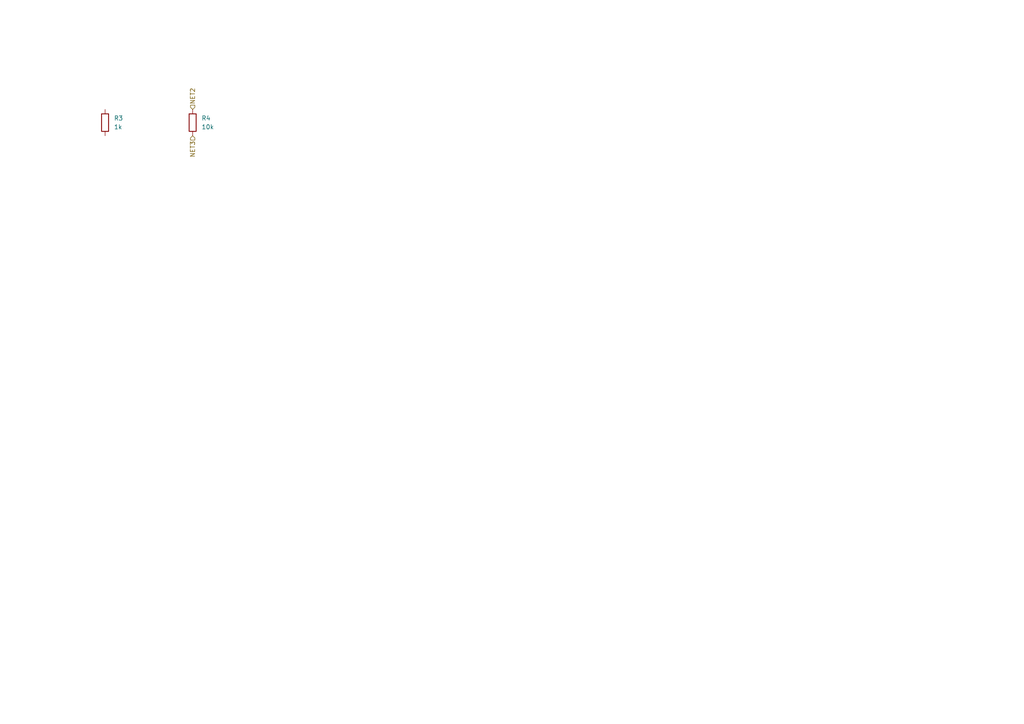
<source format=kicad_sch>
(kicad_sch (version 20250114) (generator "circuit_synth") (generator_version "0.8.36")
  (paper "A4")
  (title_block (title "multi_sheet_after"))
  (lib_symbols
    (symbol "Device:R" (pin_numbers (hide yes)) (pin_names (offset 0))
      (property "Reference" "R" (at 2.032 0 90))
      (property "Value" "R" (at 0 0 90))
      (symbol "R_0_1"
        (rectangle (start -1.016 -2.54) (end 1.016 2.54) (stroke (width 0.254)))
      )
      (symbol "R_1_1"
        (pin passive line (at 0 3.81 270) (length 1.27) (name "~") (number "1"))
        (pin passive line (at 0 -3.81 90) (length 1.27) (name "~") (number "2"))
      )
    )
  )
  (symbol (lib_id "Device:R") (at 30.48 35.56 0) (unit 1)
    (property "Reference" "R3" (at 33.02 34.2899 0) (effects (justify left)))
    (property "Value" "1k" (at 33.02 36.8299 0) (effects (justify left)))
    (property "Footprint" "Resistor_SMD:R_0603_1608Metric" (effects (hide yes)))
    (property "hierarchy_path" "/c5e47ceb-41e0-4e47-bc09-dd2052f356d9/ca9d0ce4-2704-4669-936b-f455039be07b" (effects (hide yes)))
    (property "project_name" "multi_sheet_after" (effects (hide yes)))
    (property "root_uuid" "c5e47ceb-41e0-4e47-bc09-dd2052f356d9" (effects (hide yes)))
  )
  (symbol (lib_id "Device:R") (at 55.88 35.56 0) (unit 1)
    (property "Reference" "R4" (at 58.42 34.2899 0) (effects (justify left)))
    (property "Value" "10k" (at 58.42 36.8299 0) (effects (justify left)))
    (property "Footprint" "Resistor_SMD:R_0603_1608Metric" (effects (hide yes)))
    (property "hierarchy_path" "/c5e47ceb-41e0-4e47-bc09-dd2052f356d9/ca9d0ce4-2704-4669-936b-f455039be07b" (effects (hide yes)))
    (property "project_name" "multi_sheet_after" (effects (hide yes)))
    (property "root_uuid" "c5e47ceb-41e0-4e47-bc09-dd2052f356d9" (effects (hide yes)))
  )
  (hierarchical_label "NET2" (shape input) (at 55.88 31.75 90))
  (hierarchical_label "NET3" (shape input) (at 55.88 39.37 270))
)
</source>
